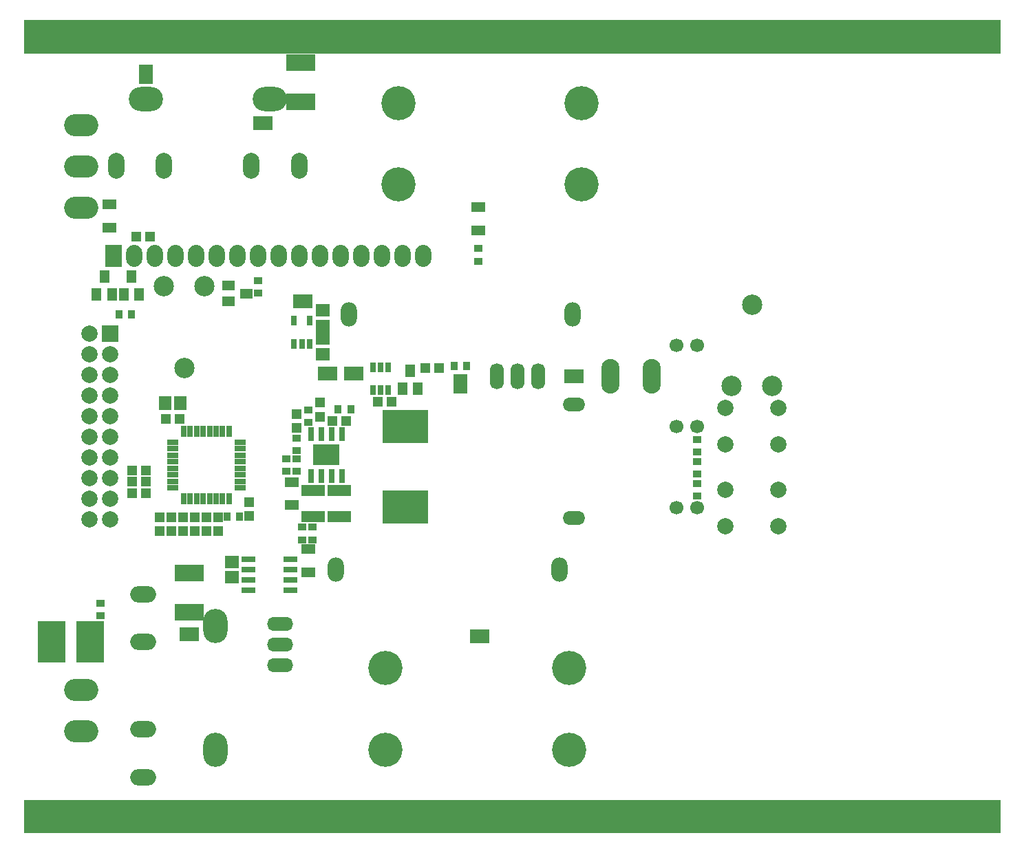
<source format=gbs>
G04 --- HEADER BEGIN --- *
%TF.GenerationSoftware,LibrePCB,LibrePCB,0.1.3*%
%TF.CreationDate,2020-03-08T21:05:15*%
%TF.ProjectId,Hydro Battery Charger - default,71762d7e-e7f1-403c-8020-db9670c01e9b,v3*%
%TF.Part,Single*%
%FSLAX66Y66*%
%MOMM*%
G01*
G74*
G04 --- HEADER END --- *
G04 --- APERTURE LIST BEGIN --- *
%ADD10C,1.7*%
%ADD11R,1.7X1.5*%
%ADD12C,2.0*%
%ADD13R,1.735X0.68*%
%ADD14R,2.39X1.787*%
%ADD15R,1.2X1.3*%
%ADD16C,2.5*%
%ADD17R,0.8X1.3*%
%ADD18R,1.0X0.95*%
%ADD19O,3.2X2.0*%
%ADD20R,2.9X1.4*%
%ADD21R,3.4X5.2*%
%ADD22O,3.2X1.7*%
%ADD23R,1.3X1.2*%
%ADD24R,1.6X1.2*%
%ADD25R,0.68X1.735*%
%ADD26R,3.3X2.6*%
%ADD27O,4.2X3.0*%
%ADD28R,1.2X1.6*%
%ADD29R,1.8X1.25*%
%ADD30R,5.7X4.05*%
%ADD31O,4.2X2.74*%
%ADD32R,0.95X1.0*%
%ADD33C,4.2*%
%ADD34R,2.0X2.0*%
%ADD35R,1.787X2.39*%
%ADD36O,2.232X4.264*%
%ADD37R,3.6X2.1*%
%ADD38O,2.0X2.7*%
%ADD39R,2.0X2.7*%
%ADD40O,2.0X3.0*%
%ADD41R,0.65X1.4*%
%ADD42R,1.4X0.65*%
%ADD43O,3.0X4.2*%
%ADD44O,2.74X1.7*%
%ADD45O,2.0X3.2*%
%ADD46O,1.7X3.2*%
%ADD47R,1.5X1.7*%
%ADD48C,0.0*%
G04 --- APERTURE LIST END --- *
G04 --- BOARD BEGIN --- *
D10*
X80230000Y50000000D03*
X82770000Y50000000D03*
D11*
X25558750Y33335000D03*
X25558750Y31435000D03*
D12*
X92750000Y37755000D03*
X86250000Y42245000D03*
X92750000Y42245000D03*
X86250000Y37755000D03*
D13*
X32745500Y32385000D03*
X27579500Y29845000D03*
X32745500Y33655000D03*
X27579500Y32385000D03*
X27579500Y31115000D03*
X32745500Y31115000D03*
X27579500Y33655000D03*
X32745500Y29845000D03*
D14*
X40481250Y56515000D03*
D15*
X22383750Y38791250D03*
X22383750Y37091250D03*
D16*
X89500000Y65000000D03*
X92000000Y55000000D03*
X87000000Y55000000D03*
D17*
X35081250Y62995000D03*
X33181250Y60195000D03*
X34131250Y60195000D03*
X35081250Y60195000D03*
X33181250Y62995000D03*
D18*
X28733750Y67926250D03*
X28733750Y66376250D03*
D19*
X14605000Y12697500D03*
X14605000Y6847500D03*
X14605000Y29347500D03*
X14605000Y23497500D03*
D20*
X35560000Y38881250D03*
X35560000Y42081250D03*
D21*
X3352800Y23495000D03*
X8077200Y23495000D03*
D15*
X18097500Y37091250D03*
X18097500Y38791250D03*
D22*
X31432500Y20637500D03*
X31432500Y23177500D03*
X31432500Y25717500D03*
D18*
X82796250Y43002500D03*
X82796250Y41452500D03*
D23*
X14978750Y44608750D03*
X13278750Y44608750D03*
D24*
X25093750Y67307500D03*
X27293750Y66357500D03*
X25093750Y65407500D03*
D18*
X33496250Y44468750D03*
X33496250Y46018750D03*
D25*
X36517500Y49096750D03*
X36507500Y43930750D03*
X37777500Y43930750D03*
X39047500Y43930750D03*
X35237500Y43930750D03*
D26*
X37147500Y46513750D03*
D25*
X39057500Y49096750D03*
X35247500Y49096750D03*
X37787500Y49096750D03*
D27*
X14922500Y90328750D03*
X30162500Y90328750D03*
D28*
X46516250Y54621250D03*
X47466250Y56821250D03*
X48416250Y54621250D03*
D29*
X32861250Y40326250D03*
X32861250Y43176250D03*
D30*
X46873868Y50011154D03*
X46873868Y40061154D03*
D15*
X16668750Y37091250D03*
X16668750Y38791250D03*
D18*
X82796250Y46850000D03*
X82796250Y48400000D03*
X34131250Y36055000D03*
X34131250Y37605000D03*
D14*
X67627500Y56197500D03*
D29*
X10477500Y74457500D03*
X10477500Y77307500D03*
D18*
X35401250Y36055000D03*
X35401250Y37605000D03*
D23*
X14978750Y41751250D03*
X13278750Y41751250D03*
X51015000Y57150000D03*
X49315000Y57150000D03*
D18*
X82796250Y44151250D03*
X82796250Y45701250D03*
X34925000Y52051250D03*
X34925000Y50501250D03*
D10*
X80230000Y60000000D03*
X82770000Y60000000D03*
D28*
X8892500Y66210000D03*
X9842500Y68410000D03*
X10792500Y66210000D03*
D14*
X37306250Y56515000D03*
D31*
X7000000Y76920000D03*
X7000000Y82000000D03*
X7000000Y87080000D03*
D18*
X55880000Y71895000D03*
X55880000Y70345000D03*
X9366250Y26688750D03*
X9366250Y28238750D03*
D14*
X56038750Y24130000D03*
X20320000Y24447500D03*
D15*
X20955000Y37091250D03*
X20955000Y38791250D03*
D29*
X34925000Y32071250D03*
X34925000Y34921250D03*
D32*
X24942500Y38893750D03*
X26492500Y38893750D03*
D33*
X44450000Y10240000D03*
X44450000Y20240000D03*
D12*
X8030000Y51276250D03*
X10570000Y56356250D03*
X8030000Y58896250D03*
X8030000Y41116250D03*
X10570000Y53816250D03*
X10570000Y46196250D03*
X8030000Y46196250D03*
X8030000Y48736250D03*
X8030000Y53816250D03*
X10570000Y48736250D03*
X10570000Y38576250D03*
X10570000Y43656250D03*
X10570000Y51276250D03*
D34*
X10570000Y61436250D03*
D12*
X8030000Y61436250D03*
X8030000Y38576250D03*
X10570000Y58896250D03*
X10570000Y41116250D03*
X8030000Y43656250D03*
X8030000Y56356250D03*
D35*
X53657500Y55245000D03*
D15*
X36353750Y51220000D03*
X36353750Y52920000D03*
D32*
X11607500Y63817500D03*
X13157500Y63817500D03*
D35*
X14922500Y93345000D03*
D36*
X77152500Y56197500D03*
X72072500Y56197500D03*
D37*
X20320000Y31927500D03*
X20320000Y27127500D03*
D32*
X38595000Y52070000D03*
X40145000Y52070000D03*
D37*
X33972500Y94792500D03*
X33972500Y89992500D03*
D38*
X21160000Y71000000D03*
X31320000Y71000000D03*
X33860000Y71000000D03*
X16080000Y71000000D03*
X36400000Y71000000D03*
X44020000Y71000000D03*
X46560000Y71000000D03*
X28780000Y71000000D03*
X18620000Y71000000D03*
X23700000Y71000000D03*
X13540000Y71000000D03*
X38940000Y71000000D03*
X49100000Y71000000D03*
X41480000Y71000000D03*
D39*
X11000000Y71000000D03*
D38*
X26240000Y71000000D03*
D40*
X39907500Y63817500D03*
X67407500Y63817500D03*
D28*
X12226250Y66210000D03*
X13176250Y68410000D03*
X14126250Y66210000D03*
D23*
X43441250Y53022500D03*
X45141250Y53022500D03*
D11*
X36671250Y58898750D03*
X36671250Y60798750D03*
D33*
X46037500Y89772500D03*
X46037500Y79772500D03*
D23*
X13278750Y43180000D03*
X14978750Y43180000D03*
D17*
X43815000Y57280000D03*
X43815000Y54480000D03*
X44765000Y57280000D03*
X44765000Y54480000D03*
X42865000Y54480000D03*
X42865000Y57280000D03*
D41*
X21983750Y49393750D03*
X25183750Y49393750D03*
X21183750Y49393750D03*
D42*
X26533750Y46443750D03*
X26533750Y48043750D03*
D41*
X20383750Y41093750D03*
D42*
X26533750Y42443750D03*
X26533750Y44043750D03*
D41*
X19583750Y49393750D03*
X23583750Y41093750D03*
D42*
X18233750Y44843750D03*
D41*
X20383750Y49393750D03*
D42*
X18233750Y44043750D03*
D41*
X19583750Y41093750D03*
X25183750Y41093750D03*
D42*
X18233750Y46443750D03*
X18233750Y43243750D03*
X18233750Y45643750D03*
X26533750Y47243750D03*
D41*
X22783750Y41093750D03*
D42*
X26533750Y45643750D03*
D41*
X24383750Y49393750D03*
X21183750Y41093750D03*
D42*
X26533750Y43243750D03*
D41*
X24383750Y41093750D03*
D42*
X18233750Y48043750D03*
D41*
X23583750Y49393750D03*
D42*
X18233750Y42443750D03*
X26533750Y44843750D03*
D41*
X22783750Y49393750D03*
D42*
X18233750Y47243750D03*
D41*
X21983750Y41093750D03*
D10*
X80230000Y40000000D03*
X82770000Y40000000D03*
D43*
X23495000Y10160000D03*
X23495000Y25400000D03*
D18*
X33496250Y48558750D03*
X33496250Y47008750D03*
D33*
X68580000Y89772500D03*
X68580000Y79772500D03*
D23*
X17406250Y50958750D03*
X19106250Y50958750D03*
D14*
X29368750Y87312500D03*
D18*
X32226250Y44468750D03*
X32226250Y46018750D03*
D32*
X54432500Y57467500D03*
X52882500Y57467500D03*
D44*
X67627500Y52720000D03*
X67627500Y38720000D03*
D15*
X19526250Y37091250D03*
X19526250Y38791250D03*
X33496250Y49791250D03*
X33496250Y51491250D03*
D11*
X36671250Y64291250D03*
X36671250Y62391250D03*
D45*
X27942500Y82073750D03*
X33792500Y82073750D03*
X11292500Y82073750D03*
X17142500Y82073750D03*
D29*
X55880000Y76990000D03*
X55880000Y74140000D03*
D23*
X15455000Y73342500D03*
X13755000Y73342500D03*
D16*
X19685000Y57230000D03*
X22185000Y67230000D03*
X17185000Y67230000D03*
D23*
X39585000Y50641250D03*
X37885000Y50641250D03*
D46*
X63182500Y56197500D03*
X60642500Y56197500D03*
X58102500Y56197500D03*
D20*
X38735000Y42085036D03*
X38735000Y38885036D03*
D33*
X66992500Y10240000D03*
X66992500Y20240000D03*
D31*
X7000000Y17540000D03*
X7000000Y12460000D03*
D14*
X34290000Y65405000D03*
D12*
X86250000Y52245000D03*
X92750000Y47755000D03*
X86250000Y47755000D03*
X92750000Y52245000D03*
D40*
X38320000Y32385000D03*
X65820000Y32385000D03*
D15*
X27622500Y40696250D03*
X27622500Y38996250D03*
D47*
X19206250Y52863750D03*
X17306250Y52863750D03*
D15*
X23812500Y38791250D03*
X23812500Y37091250D03*
D48*
X0Y0D02*
X120000000Y0D01*
X120000000Y4000000D01*
X0Y4000000D01*
X0Y0D01*
G36*
X0Y0D02*
X120000000Y0D01*
X120000000Y4000000D01*
X0Y4000000D01*
X0Y0D01*
G37*
X0Y100000000D02*
X120000000Y100000000D01*
X120000000Y96000000D01*
X0Y96000000D01*
X0Y100000000D01*
G36*
X0Y100000000D02*
X120000000Y100000000D01*
X120000000Y96000000D01*
X0Y96000000D01*
X0Y100000000D01*
G37*
G04 --- BOARD END --- *
%TF.MD5,4076fb0ad556f428ce11911241e9401c*%
M02*

</source>
